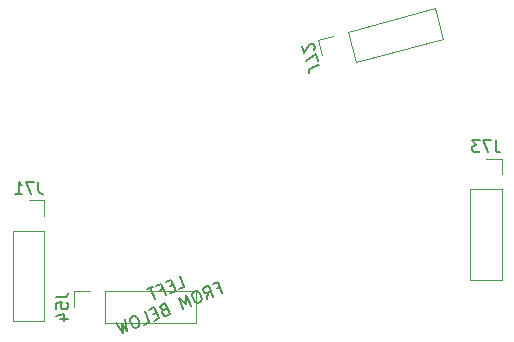
<source format=gbr>
G04 #@! TF.GenerationSoftware,KiCad,Pcbnew,(5.1.4)-1*
G04 #@! TF.CreationDate,2023-09-09T05:29:12-04:00*
G04 #@! TF.ProjectId,ThumbsUp,5468756d-6273-4557-902e-6b696361645f,rev?*
G04 #@! TF.SameCoordinates,Original*
G04 #@! TF.FileFunction,Legend,Bot*
G04 #@! TF.FilePolarity,Positive*
%FSLAX46Y46*%
G04 Gerber Fmt 4.6, Leading zero omitted, Abs format (unit mm)*
G04 Created by KiCad (PCBNEW (5.1.4)-1) date 2023-09-09 05:29:12*
%MOMM*%
%LPD*%
G04 APERTURE LIST*
%ADD10C,0.150000*%
%ADD11C,0.120000*%
G04 APERTURE END LIST*
D10*
X-149223486Y-464693139D02*
X-148781970Y-464514755D01*
X-149156577Y-463587571D01*
X-149728770Y-464332340D02*
X-150037832Y-464457209D01*
X-149974064Y-464996392D02*
X-149532548Y-464818008D01*
X-149907154Y-463890824D01*
X-150348670Y-464069208D01*
X-150876712Y-464796139D02*
X-150567651Y-464671270D01*
X-150371428Y-465156938D02*
X-150746035Y-464229754D01*
X-151187551Y-464408138D01*
X-151408309Y-464497330D02*
X-151938129Y-464711391D01*
X-151298612Y-465531545D02*
X-151673219Y-464604361D01*
X-146064208Y-464631343D02*
X-145755147Y-464506474D01*
X-145558924Y-464992142D02*
X-145933531Y-464064958D01*
X-146375047Y-464243342D01*
X-146883473Y-465527294D02*
X-146752795Y-464960909D01*
X-146353653Y-465313233D02*
X-146728260Y-464386050D01*
X-147081473Y-464528757D01*
X-147151938Y-464608585D01*
X-147178251Y-464670575D01*
X-147186726Y-464776717D01*
X-147133210Y-464909172D01*
X-147053382Y-464979637D01*
X-146991392Y-465005950D01*
X-146885250Y-465014425D01*
X-146532037Y-464871717D01*
X-147832050Y-464832010D02*
X-148008657Y-464903364D01*
X-148079121Y-464983192D01*
X-148131748Y-465107172D01*
X-148104546Y-465301617D01*
X-147979677Y-465610678D01*
X-147864172Y-465769446D01*
X-147740192Y-465822073D01*
X-147634050Y-465830547D01*
X-147457444Y-465759194D01*
X-147386979Y-465679365D01*
X-147334352Y-465555385D01*
X-147361554Y-465360940D01*
X-147486423Y-465051879D01*
X-147601928Y-464893111D01*
X-147725909Y-464840485D01*
X-147832050Y-464832010D01*
X-148252173Y-466080285D02*
X-148626779Y-465153101D01*
X-148668264Y-465940244D01*
X-149244902Y-465402839D01*
X-148870295Y-466330023D01*
X-150523521Y-466433023D02*
X-150638137Y-466530689D01*
X-150664450Y-466592679D01*
X-150672925Y-466698821D01*
X-150619410Y-466831276D01*
X-150539582Y-466901741D01*
X-150477592Y-466928054D01*
X-150371450Y-466936529D01*
X-150018237Y-466793821D01*
X-150392844Y-465866638D01*
X-150701905Y-465991506D01*
X-150772370Y-466071335D01*
X-150798683Y-466133325D01*
X-150807158Y-466239467D01*
X-150771481Y-466327770D01*
X-150691653Y-466398235D01*
X-150629662Y-466424548D01*
X-150523521Y-466433023D01*
X-150214460Y-466308154D01*
X-151141643Y-466682760D02*
X-151450705Y-466807629D01*
X-151386937Y-467346812D02*
X-150945421Y-467168428D01*
X-151320028Y-466241244D01*
X-151761544Y-466419628D01*
X-152225818Y-467685742D02*
X-151784302Y-467507358D01*
X-152158908Y-466580174D01*
X-153086092Y-466954781D02*
X-153262698Y-467026134D01*
X-153333163Y-467105963D01*
X-153385790Y-467229943D01*
X-153358588Y-467424388D01*
X-153233719Y-467733449D01*
X-153118214Y-467892217D01*
X-152994233Y-467944843D01*
X-152888092Y-467953318D01*
X-152711485Y-467881964D01*
X-152641021Y-467802136D01*
X-152588394Y-467678156D01*
X-152615596Y-467483711D01*
X-152740465Y-467174650D01*
X-152855970Y-467015882D01*
X-152979950Y-466963255D01*
X-153086092Y-466954781D01*
X-153792518Y-467240195D02*
X-153638669Y-468256571D01*
X-154082852Y-467665650D01*
X-153991882Y-468399278D01*
X-154587247Y-467561286D01*
D11*
X-160636620Y-457147892D02*
X-161966620Y-457147892D01*
X-160636620Y-458477892D02*
X-160636620Y-457147892D01*
X-160636620Y-459747892D02*
X-163296620Y-459747892D01*
X-163296620Y-459747892D02*
X-163296620Y-467427892D01*
X-160636620Y-459747892D02*
X-160636620Y-467427892D01*
X-160636620Y-467427892D02*
X-163296620Y-467427892D01*
X-121918141Y-453648713D02*
X-123248141Y-453648713D01*
X-121918141Y-454978713D02*
X-121918141Y-453648713D01*
X-121918141Y-456248713D02*
X-124578141Y-456248713D01*
X-124578141Y-456248713D02*
X-124578141Y-463928713D01*
X-121918141Y-456248713D02*
X-121918141Y-463928713D01*
X-121918141Y-463928713D02*
X-124578141Y-463928713D01*
X-158089330Y-464864574D02*
X-158089330Y-466194574D01*
X-156759330Y-464864574D02*
X-158089330Y-464864574D01*
X-155489330Y-464864574D02*
X-155489330Y-467524574D01*
X-155489330Y-467524574D02*
X-147809330Y-467524574D01*
X-155489330Y-464864574D02*
X-147809330Y-464864574D01*
X-147809330Y-464864574D02*
X-147809330Y-467524574D01*
X-137472130Y-443570139D02*
X-137127900Y-444854820D01*
X-136187448Y-443225910D02*
X-137472130Y-443570139D01*
X-134960723Y-442897209D02*
X-134272264Y-445466572D01*
X-134272264Y-445466572D02*
X-126853954Y-443478842D01*
X-134960723Y-442897209D02*
X-127542412Y-440909479D01*
X-127542412Y-440909479D02*
X-126853954Y-443478842D01*
D10*
X-161157096Y-455600272D02*
X-161157096Y-456314558D01*
X-161109477Y-456457415D01*
X-161014239Y-456552653D01*
X-160871381Y-456600272D01*
X-160776143Y-456600272D01*
X-161538048Y-455600272D02*
X-162204715Y-455600272D01*
X-161776143Y-456600272D01*
X-163109477Y-456600272D02*
X-162538048Y-456600272D01*
X-162823762Y-456600272D02*
X-162823762Y-455600272D01*
X-162728524Y-455743130D01*
X-162633286Y-455838368D01*
X-162538048Y-455885987D01*
X-122438617Y-452101093D02*
X-122438617Y-452815379D01*
X-122390998Y-452958236D01*
X-122295760Y-453053474D01*
X-122152902Y-453101093D01*
X-122057664Y-453101093D01*
X-122819569Y-452101093D02*
X-123486236Y-452101093D01*
X-123057664Y-453101093D01*
X-123771950Y-452101093D02*
X-124390998Y-452101093D01*
X-124057664Y-452482046D01*
X-124200521Y-452482046D01*
X-124295760Y-452529665D01*
X-124343379Y-452577284D01*
X-124390998Y-452672522D01*
X-124390998Y-452910617D01*
X-124343379Y-453005855D01*
X-124295760Y-453053474D01*
X-124200521Y-453101093D01*
X-123914807Y-453101093D01*
X-123819569Y-453053474D01*
X-123771950Y-453005855D01*
X-159636949Y-465385050D02*
X-158922663Y-465385050D01*
X-158779806Y-465337431D01*
X-158684568Y-465242193D01*
X-158636949Y-465099335D01*
X-158636949Y-465004097D01*
X-159636949Y-466337431D02*
X-159636949Y-465861240D01*
X-159160758Y-465813621D01*
X-159208377Y-465861240D01*
X-159255996Y-465956478D01*
X-159255996Y-466194574D01*
X-159208377Y-466289812D01*
X-159160758Y-466337431D01*
X-159065520Y-466385050D01*
X-158827425Y-466385050D01*
X-158732187Y-466337431D01*
X-158684568Y-466289812D01*
X-158636949Y-466194574D01*
X-158636949Y-465956478D01*
X-158684568Y-465861240D01*
X-158732187Y-465813621D01*
X-159303615Y-467242193D02*
X-158636949Y-467242193D01*
X-159684568Y-467004097D02*
X-158970282Y-466766002D01*
X-158970282Y-467385050D01*
X-137355346Y-445753844D02*
X-138045293Y-445938715D01*
X-138170958Y-446021686D01*
X-138238301Y-446138328D01*
X-138247323Y-446288642D01*
X-138222674Y-446380635D01*
X-137453944Y-445385872D02*
X-137626490Y-444741922D01*
X-138481493Y-445414709D01*
X-137804756Y-444444596D02*
X-137771084Y-444386275D01*
X-137749737Y-444281957D01*
X-137811360Y-444051975D01*
X-137882006Y-443972307D01*
X-137940328Y-443938635D01*
X-138044645Y-443917288D01*
X-138136638Y-443941937D01*
X-138262303Y-444024908D01*
X-138666364Y-444724762D01*
X-138826585Y-444126808D01*
M02*

</source>
